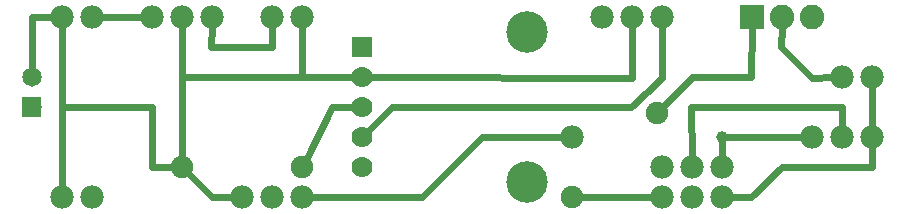
<source format=gtl>
G04 MADE WITH FRITZING*
G04 WWW.FRITZING.ORG*
G04 DOUBLE SIDED*
G04 HOLES PLATED*
G04 CONTOUR ON CENTER OF CONTOUR VECTOR*
%ASAXBY*%
%FSLAX23Y23*%
%MOIN*%
%OFA0B0*%
%SFA1.0B1.0*%
%ADD10C,0.039370*%
%ADD11C,0.065000*%
%ADD12C,0.082000*%
%ADD13C,0.138425*%
%ADD14C,0.070000*%
%ADD15C,0.075000*%
%ADD16C,0.078000*%
%ADD17R,0.082000X0.082000*%
%ADD18R,0.070000X0.070000*%
%ADD19C,0.024000*%
%ADD20R,0.001000X0.001000*%
%LNCOPPER1*%
G90*
G70*
G54D10*
X2499Y299D03*
G54D11*
X199Y499D03*
X199Y399D03*
X199Y499D03*
X199Y399D03*
G54D12*
X2599Y699D03*
X2699Y699D03*
X2799Y699D03*
G54D13*
X1849Y649D03*
G54D14*
X1299Y599D03*
X1299Y499D03*
X1299Y399D03*
X1299Y299D03*
X1299Y199D03*
G54D13*
X1849Y149D03*
G54D15*
X1099Y199D03*
X699Y199D03*
G54D16*
X399Y99D03*
X299Y99D03*
X2499Y199D03*
X2399Y199D03*
X2299Y199D03*
X2499Y199D03*
X2399Y199D03*
X2299Y199D03*
X2299Y99D03*
X2399Y99D03*
X2499Y99D03*
G54D15*
X1999Y99D03*
X2282Y381D03*
G54D16*
X999Y699D03*
X1099Y699D03*
X399Y699D03*
X299Y699D03*
X799Y699D03*
X699Y699D03*
X599Y699D03*
X2299Y699D03*
X2199Y699D03*
X2099Y699D03*
X2999Y499D03*
X2899Y499D03*
X2999Y299D03*
X2899Y299D03*
X2799Y299D03*
X1999Y299D03*
X1099Y99D03*
X999Y99D03*
X899Y99D03*
G54D17*
X2599Y699D03*
G54D18*
X1299Y599D03*
G54D19*
X1099Y498D02*
X1099Y668D01*
D02*
X1268Y499D02*
X1099Y498D01*
D02*
X2598Y99D02*
X2529Y99D01*
D02*
X2700Y199D02*
X2598Y99D01*
D02*
X2999Y199D02*
X2700Y199D01*
D02*
X2499Y280D02*
X2499Y229D01*
D02*
X2999Y268D02*
X2999Y199D01*
D02*
X1112Y224D02*
X1199Y399D01*
D02*
X1199Y399D02*
X1268Y399D01*
D02*
X699Y498D02*
X699Y227D01*
D02*
X1099Y498D02*
X699Y498D01*
D02*
X299Y399D02*
X599Y399D01*
D02*
X599Y198D02*
X670Y198D01*
D02*
X599Y399D02*
X599Y198D01*
D02*
X299Y668D02*
X299Y399D01*
D02*
X699Y668D02*
X699Y227D01*
D02*
X2698Y598D02*
X2699Y666D01*
D02*
X2799Y497D02*
X2698Y598D01*
D02*
X2999Y468D02*
X2999Y329D01*
D02*
X2869Y498D02*
X2799Y497D01*
D02*
X200Y699D02*
X269Y699D01*
D02*
X199Y598D02*
X200Y699D01*
D02*
X199Y523D02*
X199Y598D01*
D02*
X569Y699D02*
X429Y699D01*
D02*
X1399Y399D02*
X1321Y320D01*
D02*
X2199Y497D02*
X1330Y498D01*
D02*
X2199Y668D02*
X2199Y497D01*
D02*
X1898Y399D02*
X1399Y399D01*
D02*
X2198Y398D02*
X1898Y399D01*
D02*
X2299Y497D02*
X2198Y398D01*
D02*
X2299Y668D02*
X2299Y497D01*
D02*
X2400Y498D02*
X2302Y401D01*
D02*
X2598Y498D02*
X2400Y498D01*
D02*
X2599Y666D02*
X2598Y498D01*
D02*
X299Y129D02*
X299Y668D01*
D02*
X2098Y98D02*
X2027Y98D01*
D02*
X2398Y399D02*
X2899Y398D01*
D02*
X2399Y229D02*
X2398Y399D01*
D02*
X2269Y98D02*
X2098Y98D01*
D02*
X2899Y398D02*
X2899Y329D01*
D02*
X999Y599D02*
X999Y668D01*
D02*
X798Y599D02*
X999Y599D01*
D02*
X799Y668D02*
X798Y599D01*
D02*
X2699Y298D02*
X2769Y298D01*
D02*
X2518Y299D02*
X2699Y298D01*
D02*
X1499Y99D02*
X1700Y299D01*
D02*
X1700Y299D02*
X1969Y299D01*
D02*
X1129Y99D02*
X1499Y99D01*
D02*
X869Y99D02*
X799Y99D01*
D02*
X799Y99D02*
X719Y178D01*
G54D20*
X166Y431D02*
X230Y431D01*
X166Y430D02*
X230Y430D01*
X166Y429D02*
X230Y429D01*
X166Y428D02*
X230Y428D01*
X166Y427D02*
X230Y427D01*
X166Y426D02*
X230Y426D01*
X166Y425D02*
X230Y425D01*
X166Y424D02*
X230Y424D01*
X166Y423D02*
X230Y423D01*
X166Y422D02*
X230Y422D01*
X166Y421D02*
X230Y421D01*
X166Y420D02*
X230Y420D01*
X166Y419D02*
X230Y419D01*
X166Y418D02*
X230Y418D01*
X166Y417D02*
X230Y417D01*
X166Y416D02*
X230Y416D01*
X166Y415D02*
X230Y415D01*
X166Y414D02*
X230Y414D01*
X166Y413D02*
X230Y413D01*
X166Y412D02*
X194Y412D01*
X203Y412D02*
X230Y412D01*
X166Y411D02*
X191Y411D01*
X205Y411D02*
X230Y411D01*
X166Y410D02*
X190Y410D01*
X207Y410D02*
X230Y410D01*
X166Y409D02*
X188Y409D01*
X208Y409D02*
X230Y409D01*
X166Y408D02*
X188Y408D01*
X209Y408D02*
X230Y408D01*
X166Y407D02*
X187Y407D01*
X210Y407D02*
X230Y407D01*
X166Y406D02*
X186Y406D01*
X211Y406D02*
X230Y406D01*
X166Y405D02*
X186Y405D01*
X211Y405D02*
X230Y405D01*
X166Y404D02*
X185Y404D01*
X212Y404D02*
X230Y404D01*
X166Y403D02*
X185Y403D01*
X212Y403D02*
X230Y403D01*
X166Y402D02*
X184Y402D01*
X212Y402D02*
X230Y402D01*
X166Y401D02*
X184Y401D01*
X212Y401D02*
X230Y401D01*
X166Y400D02*
X184Y400D01*
X213Y400D02*
X230Y400D01*
X166Y399D02*
X184Y399D01*
X213Y399D02*
X230Y399D01*
X166Y398D02*
X184Y398D01*
X213Y398D02*
X230Y398D01*
X166Y397D02*
X184Y397D01*
X212Y397D02*
X230Y397D01*
X166Y396D02*
X184Y396D01*
X212Y396D02*
X230Y396D01*
X166Y395D02*
X185Y395D01*
X212Y395D02*
X230Y395D01*
X166Y394D02*
X185Y394D01*
X212Y394D02*
X230Y394D01*
X166Y393D02*
X185Y393D01*
X211Y393D02*
X230Y393D01*
X166Y392D02*
X186Y392D01*
X211Y392D02*
X230Y392D01*
X166Y391D02*
X187Y391D01*
X210Y391D02*
X230Y391D01*
X166Y390D02*
X187Y390D01*
X209Y390D02*
X230Y390D01*
X166Y389D02*
X188Y389D01*
X208Y389D02*
X230Y389D01*
X166Y388D02*
X190Y388D01*
X207Y388D02*
X230Y388D01*
X166Y387D02*
X191Y387D01*
X206Y387D02*
X230Y387D01*
X166Y386D02*
X193Y386D01*
X203Y386D02*
X230Y386D01*
X166Y385D02*
X230Y385D01*
X166Y384D02*
X230Y384D01*
X166Y383D02*
X230Y383D01*
X166Y382D02*
X230Y382D01*
X166Y381D02*
X230Y381D01*
X166Y380D02*
X230Y380D01*
X166Y379D02*
X230Y379D01*
X166Y378D02*
X230Y378D01*
X166Y377D02*
X230Y377D01*
X166Y376D02*
X230Y376D01*
X166Y375D02*
X230Y375D01*
X166Y374D02*
X230Y374D01*
X166Y373D02*
X230Y373D01*
X166Y372D02*
X230Y372D01*
X166Y371D02*
X230Y371D01*
X166Y370D02*
X230Y370D01*
X166Y369D02*
X230Y369D01*
X166Y368D02*
X230Y368D01*
X166Y367D02*
X230Y367D01*
D02*
G04 End of Copper1*
M02*
</source>
